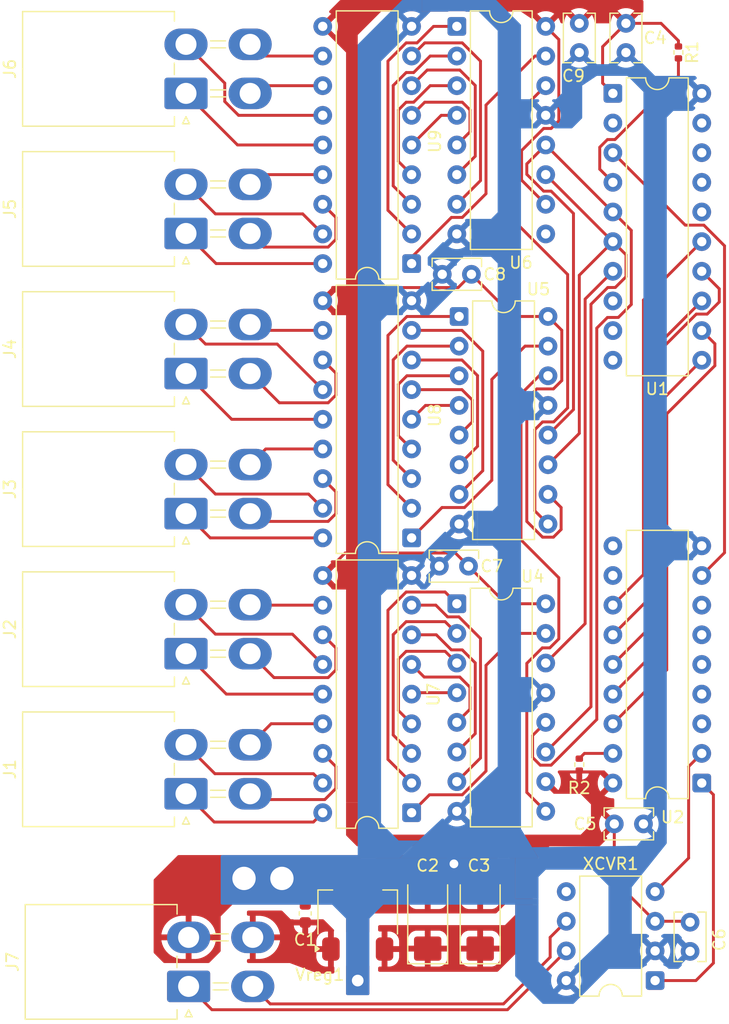
<source format=kicad_pcb>
(kicad_pcb (version 20241229) (generator "pcbnew") (generator_version "9.0")
  (layers (0 "F.Cu" signal) (2 "B.Cu" signal) (13 "F.Paste" user) (15 "B.Paste" user) (5 "F.SilkS" user "F.Silkscreen") (7 "B.SilkS" user "B.Silkscreen") (1 "F.Mask" user) (3 "B.Mask" user) (25 "Edge.Cuts" user))
  (net 0 "")
  (net 1 "GND")
  (net 2 "+12V")
  (net 3 "+5V")
  (net 4 "M1P2")
  (net 5 "M1P3")
  (net 6 "M1P4")
  (net 7 "M1P1")
  (net 8 "M2P2")
  (net 9 "M2P1")
  (net 10 "M2P3")
  (net 11 "M2P4")
  (net 12 "M3P2")
  (net 13 "M3P3")
  (net 14 "M3P4")
  (net 15 "M3P1")
  (net 16 "M4P4")
  (net 17 "M4P3")
  (net 18 "M4P2")
  (net 19 "M4P1")
  (net 20 "M5P2")
  (net 21 "M5P3")
  (net 22 "M5P1")
  (net 23 "M5P4")
  (net 24 "M6P1")
  (net 25 "M6P3")
  (net 26 "M6P4")
  (net 27 "M6P2")
  (net 28 "CAN_H")
  (net 29 "CAN_L")
  (net 30 "Net-(U1-RA3{slash}T1G{slash}~{SS}{slash}~{MCLR}{slash}Vpp)")
  (net 31 "Net-(U2-~{RESET})")
  (net 33 "SO")
  (net 34 "Net-(U1-PWM1{slash}CWG1A{slash}T0CKI{slash}RC5)")
  (net 38 "CLK")
  (net 40 "~{INT}")
  (net 41 "SCK")
  (net 42 "Net-(U1-CLKR{slash}C1IN3-{slash}C2IN3-{slash}DACOUT2{slash}AN7{slash}RC3)")
  (net 44 "SI")
  (net 47 "~{CS}")
  (net 48 "Net-(U1-CWG1B{slash}C1OUT{slash}C2OUT{slash}RC4)")
  (net 50 "RX")
  (net 53 "TX")
  (net 55 "Net-(U4-QG)")
  (net 56 "Net-(U4-QH)")
  (net 57 "Net-(U4-QD)")
  (net 58 "Net-(U4-QE)")
  (net 59 "Net-(U4-QF)")
  (net 60 "Net-(U4-QC)")
  (net 61 "Net-(U4-QB)")
  (net 62 "Net-(U4-QH')")
  (net 63 "Net-(U4-QA)")
  (net 64 "Net-(U5-QE)")
  (net 65 "Net-(U5-QH)")
  (net 66 "Net-(U5-QA)")
  (net 67 "Net-(U5-QF)")
  (net 68 "Net-(U5-QH')")
  (net 69 "Net-(U5-QD)")
  (net 70 "Net-(U5-QC)")
  (net 71 "Net-(U5-QG)")
  (net 72 "Net-(U5-QB)")
  (net 74 "Net-(U6-QF)")
  (net 75 "Net-(U6-QC)")
  (net 76 "Net-(U6-QD)")
  (net 77 "Net-(U6-QB)")
  (net 78 "Net-(U6-QG)")
  (net 79 "Net-(U6-QE)")
  (net 80 "Net-(U6-QH)")
  (net 81 "Net-(U6-QA)")
  (footprint "Package_TO_SOT_SMD:SOT-223" (layer "F.Cu") (at 67 149.65 90)
    (property "Reference" "Vreg1")
    (property "Value" "LM2940IMPX-5.0/NOPB" (hide yes))
  )
  (footprint "Capacitor_THT:C_Rect_L4.0mm_W2.5mm_P2.50mm" (layer "F.Cu") (at 90 73.5 -90)
    (property "Reference" "C4")
    (property "Value" "0.1 uF" (hide yes))
  )
  (footprint "Connector_Molex:Molex_Mini-Fit_Jr_5569-04A2_2x02_P4.20mm_Horizontal" (layer "F.Cu") (at 52.275 139.5 90)
    (property "Reference" "J1")
    (property "Value" "Gauge 1")
  )
  (footprint "Connector_Molex:Molex_Mini-Fit_Jr_5569-04A2_2x02_P4.20mm_Horizontal" (layer "F.Cu") (at 52.275 103.5 90)
    (property "Reference" "J4")
    (property "Value" "Gauge 4")
  )
  (footprint "Package_DIP:DIP-18_W7.62mm" (layer "F.Cu") (at 71.62 141.12 180)
    (property "Reference" "U7")
    (property "Value" "ULN2804A" (hide yes))
  )
  (footprint "Capacitor_THT:C_Rect_L4.0mm_W2.5mm_P2.50mm" (layer "F.Cu") (at 76.5 120 180)
    (property "Reference" "C7")
    (property "Value" "0.1 uF" (hide yes))
  )
  (footprint "Capacitor_SMD:C_0603_1608Metric" (layer "F.Cu") (at 62.5 149.75 90)
    (property "Reference" "C1")
    (property "Value" "0.47 uF" (hide yes))
  )
  (footprint "Connector_Molex:Molex_Mini-Fit_Jr_5569-04A2_2x02_P4.20mm_Horizontal" (layer "F.Cu") (at 52.275 115.5 90)
    (property "Reference" "J3")
    (property "Value" "Gauge 3")
  )
  (footprint "Package_DIP:DIP-20_W7.62mm" (layer "F.Cu") (at 88.88 79.5)
    (property "Reference" "U1")
    (property "Value" "PIC16F1459-IP" (hide yes))
  )
  (footprint "Capacitor_THT:C_Rect_L4.0mm_W2.5mm_P2.50mm" (layer "F.Cu") (at 76.75 95 180)
    (property "Reference" "C8")
    (property "Value" "0.1 uF" (hide yes))
  )
  (footprint "Capacitor_THT:C_Rect_L4.0mm_W2.5mm_P2.50mm" (layer "F.Cu") (at 89 142.08)
    (property "Reference" "C5")
    (property "Value" "0.1 uF" (hide yes))
  )
  (footprint "Resistor_SMD:R_0402_1005Metric" (layer "F.Cu") (at 86 137 -90)
    (property "Reference" "R2")
    (property "Value" "10k" (hide yes))
  )
  (footprint "Capacitor_Tantalum_SMD:CP_EIA-6032-28_Kemet-C" (layer "F.Cu") (at 77.5 150.3 90)
    (property "Reference" "C3")
    (property "Value" "22 uF" (hide yes))
  )
  (footprint "Connector_Molex:Molex_Mini-Fit_Jr_5569-04A2_2x02_P4.20mm_Horizontal" (layer "F.Cu") (at 52.275 79.5 90)
    (property "Reference" "J6")
    (property "Value" "Gauge 6")
  )
  (footprint "Connector_Molex:Molex_Mini-Fit_Jr_5569-04A2_2x02_P4.20mm_Horizontal" (layer "F.Cu") (at 52.275 91.5 90)
    (property "Reference" "J5")
    (property "Value" "Gauge 5")
  )
  (footprint "Capacitor_THT:C_Rect_L4.0mm_W2.5mm_P2.50mm" (layer "F.Cu") (at 95.5 150.5 -90)
    (property "Reference" "C6")
    (property "Value" "0.1 uF" (hide yes))
  )
  (footprint "Connector_Molex:Molex_Mini-Fit_Jr_5569-04A2_2x02_P4.20mm_Horizontal" (layer "F.Cu") (at 52.275 127.5 90)
    (property "Reference" "J2")
    (property "Value" "Gauge 2")
  )
  (footprint "Package_DIP:DIP-18_W7.62mm" (layer "F.Cu") (at 96.5 138.58 180)
    (property "Reference" "U2")
    (property "Value" "~" (hide yes))
  )
  (footprint "Capacitor_Tantalum_SMD:CP_EIA-6032-28_Kemet-C" (layer "F.Cu") (at 73 150.3 90)
    (property "Reference" "C2")
    (property "Value" "22 uF" (hide yes))
  )
  (footprint "Capacitor_THT:C_Rect_L4.0mm_W2.5mm_P2.50mm" (layer "F.Cu") (at 86 73.5 -90)
    (property "Reference" "C9")
    (property "Value" "0.1 uF" (hide yes))
  )
  (footprint "Package_DIP:DIP-16_W7.62mm" (layer "F.Cu") (at 75.5 73.76)
    (property "Reference" "U6")
    (property "Value" "74HC595" (hide yes))
  )
  (footprint "Package_DIP:DIP-8_W7.62mm" (layer "F.Cu") (at 92.5 155.5 180)
    (property "Reference" "XCVR1")
    (property "Value" "MCP2561-E-P" (hide yes))
  )
  (footprint "Package_DIP:DIP-18_W7.62mm" (layer "F.Cu") (at 71.62 117.58 180)
    (property "Reference" "U8")
    (property "Value" "ULN2804A" (hide yes))
  )
  (footprint "Package_DIP:DIP-16_W7.62mm" (layer "F.Cu") (at 75.5 123.22)
    (property "Reference" "U4")
    (property "Value" "74HC595" (hide yes))
  )
  (footprint "Connector_Molex:Molex_Mini-Fit_Jr_5569-04A2_2x02_P4.20mm_Horizontal" (layer "F.Cu") (at 52.5 156 90)
    (property "Reference" "J7")
    (property "Value" "Power & CAN")
  )
  (footprint "Resistor_SMD:R_0402_1005Metric" (layer "F.Cu") (at 94.5 75.99 -90)
    (property "Reference" "R1")
    (property "Value" "10k" (hide yes))
  )
  (footprint "Package_DIP:DIP-18_W7.62mm" (layer "F.Cu") (at 71.62 94.08 180)
    (property "Reference" "U9")
    (property "Value" "ULN2804A" (hide yes))
  )
  (footprint "Package_DIP:DIP-16_W7.62mm" (layer "F.Cu") (at 75.695 98.61)
    (property "Reference" "U5")
    (property "Value" "74HC595" (hide yes))
  )
  (via (at 57.25 146.75) (size 3) (drill 2) (layers "F.Cu" "B.Cu") (net 1))
  (via (at 67 155.5) (size 2) (drill 1) (layers "F.Cu" "B.Cu") (net 1))
  (via (at 60.5 146.75) (size 3) (drill 2) (layers "F.Cu" "B.Cu") (net 1))
  (via (at 75.25 145.5) (size 1.5) (drill 0.75) (layers "F.Cu" "B.Cu") (net 1))
  (segment (start 79.72 123.22) (end 76.5 120) (width 0.25) (layer "F.Cu") (net 3))
  (segment (start 83.315 98.61) (end 80.36 98.61) (width 0.25) (layer "F.Cu") (net 3))
  (segment (start 84.246 81.846405) (end 84.246 74.886) (width 0.25) (layer "F.Cu") (net 3))
  (segment (start 75.374 118.874) (end 65.926 118.874) (width 0.25) (layer "F.Cu") (net 3))
  (segment (start 95.42 150.42) (end 95.5 150.5) (width 0.25) (layer "F.Cu") (net 3))
  (segment (start 84.5 99.795) (end 83.315 98.61) (width 0.25) (layer "F.Cu") (net 3))
  (segment (start 65.126 96.134) (end 64 97.26) (width 0.25) (layer "F.Cu") (net 3))
  (segment (start 82.848595 117.516) (end 81.5 116.167405) (width 0.25) (layer "F.Cu") (net 3))
  (segment (start 94.5 74.99) (end 94.5 75.48) (width 0.25) (layer "F.Cu") (net 3))
  (segment (start 84.246 74.886) (end 83.12 73.76) (width 0.25) (layer "F.Cu") (net 3))
  (segment (start 84.5 104.097405) (end 84.5 99.795) (width 0.25) (layer "F.Cu") (net 3))
  (segment (start 82.941595 82.506) (end 83.586405 82.506) (width 0.25) (layer "F.Cu") (net 3))
  (segment (start 85.74 73.76) (end 86 73.5) (width 0.25) (layer "F.Cu") (net 3))
  (segment (start 89 146.92) (end 89 142.08) (width 0.25) (layer "F.Cu") (net 3))
  (segment (start 75.616 96.134) (end 65.126 96.134) (width 0.25) (layer "F.Cu") (net 3))
  (segment (start 88 75.5) (end 90 73.5) (width 0.25) (layer "F.Cu") (net 3))
  (segment (start 84.441 116.856405) (end 83.781405 117.516) (width 0.25) (layer "F.Cu") (net 3))
  (segment (start 81.049 84.398595) (end 82.941595 82.506) (width 0.25) (layer "F.Cu") (net 3))
  (segment (start 65.926 118.874) (end 64 120.8) (width 0.25) (layer "F.Cu") (net 3))
  (segment (start 81.049 86.929) (end 81.049 84.398595) (width 0.25) (layer "F.Cu") (net 3))
  (segment (start 83.781405 117.516) (end 82.848595 117.516) (width 0.25) (layer "F.Cu") (net 3))
  (segment (start 81.5 116.167405) (end 81.5 105.671588) (width 0.25) (layer "F.Cu") (net 3))
  (segment (start 84.441 114.976) (end 84.441 116.856405) (width 0.25) (layer "F.Cu") (net 3))
  (segment (start 83.12 89) (end 81.049 86.929) (width 0.25) (layer "F.Cu") (net 3))
  (segment (start 83.315 113.85) (end 84.441 114.976) (width 0.25) (layer "F.Cu") (net 3))
  (segment (start 83.781405 104.816) (end 84.5 104.097405) (width 0.25) (layer "F.Cu") (net 3))
  (segment (start 82.355588 104.816) (end 83.781405 104.816) (width 0.25) (layer "F.Cu") (net 3))
  (segment (start 76.5 120) (end 75.374 118.874) (width 0.25) (layer "F.Cu") (net 3))
  (segment (start 83.12 123.22) (end 79.72 123.22) (width 0.25) (layer "F.Cu") (net 3))
  (segment (start 81.5 105.671588) (end 82.355588 104.816) (width 0.25) (layer "F.Cu") (net 3))
  (segment (start 93.01 73.5) (end 94.5 74.99) (width 0.25) (layer "F.Cu") (net 3))
  (segment (start 88.88 79.5) (end 88 78.62) (width 0.25) (layer "F.Cu") (net 3))
  (segment (start 80.36 98.61) (end 76.75 95) (width 0.25) (layer "F.Cu") (net 3))
  (segment (start 90 73.5) (end 93.01 73.5) (width 0.25) (layer "F.Cu") (net 3))
  (segment (start 92.5 150.42) (end 95.42 150.42) (width 0.25) (layer "F.Cu") (net 3))
  (segment (start 76.75 95) (end 75.616 96.134) (width 0.25) (layer "F.Cu") (net 3))
  (segment (start 83.586405 82.506) (end 84.246 81.846405) (width 0.25) (layer "F.Cu") (net 3))
  (segment (start 92.5 150.42) (end 89 146.92) (width 0.25) (layer "F.Cu") (net 3))
  (segment (start 88 78.62) (end 88 75.5) (width 0.25) (layer "F.Cu") (net 3))
  (segment (start 64 138.58) (end 63.200001 137.780001) (width 0.25) (layer "F.Cu") (net 4))
  (segment (start 63.200001 137.780001) (end 54.755001 137.780001) (width 0.25) (layer "F.Cu") (net 4))
  (segment (start 54.755001 137.780001) (end 52.275 135.3) (width 0.25) (layer "F.Cu") (net 4))
  (segment (start 58.269 139.994) (end 57.775 139.5) (width 0.25) (layer "F.Cu") (net 5))
  (segment (start 64.178405 139.994) (end 58.269 139.994) (width 0.25) (layer "F.Cu") (net 5))
  (segment (start 65.126 139.046405) (end 64.178405 139.994) (width 0.25) (layer "F.Cu") (net 5))
  (segment (start 64 136.04) (end 65.126 137.166) (width 0.25) (layer "F.Cu") (net 5))
  (segment (start 65.126 137.166) (end 65.126 139.046405) (width 0.25) (layer "F.Cu") (net 5))
  (segment (start 64 133.5) (end 59.575 133.5) (width 0.25) (layer "F.Cu") (net 6))
  (segment (start 59.575 133.5) (end 57.775 135.3) (width 0.25) (layer "F.Cu") (net 6))
  (segment (start 54.694999 141.919999) (end 52.275 139.5) (width 0.25) (layer "F.Cu") (net 7))
  (segment (start 63.200001 141.919999) (end 54.694999 141.919999) (width 0.25) (layer "F.Cu") (net 7))
  (segment (start 64 141.12) (end 63.200001 141.919999) (width 0.25) (layer "F.Cu") (net 7))
  (segment (start 64 128.42) (end 61.404 125.824) (width 0.25) (layer "F.Cu") (net 8))
  (segment (start 54.799 125.824) (end 52.275 123.3) (width 0.25) (layer "F.Cu") (net 8))
  (segment (start 61.404 125.824) (end 54.799 125.824) (width 0.25) (layer "F.Cu") (net 8))
  (segment (start 64 130.96) (end 55.735 130.96) (width 0.25) (layer "F.Cu") (net 9))
  (segment (start 55.735 130.96) (end 52.275 127.5) (width 0.25) (layer "F.Cu") (net 9))
  (segment (start 65.126 127.006) (end 65.126 128.886405) (width 0.25) (layer "F.Cu") (net 10))
  (segment (start 64.466405 129.546) (end 59.821 129.546) (width 0.25) (layer "F.Cu") (net 10))
  (segment (start 65.126 128.886405) (end 64.466405 129.546) (width 0.25) (layer "F.Cu") (net 10))
  (segment (start 64 125.88) (end 65.126 127.006) (width 0.25) (layer "F.Cu") (net 10))
  (segment (start 59.821 129.546) (end 57.775 127.5) (width 0.25) (layer "F.Cu") (net 10))
  (segment (start 64 123.34) (end 57.815 123.34) (width 0.25) (layer "F.Cu") (net 11))
  (segment (start 57.815 123.34) (end 57.775 123.3) (width 0.25) (layer "F.Cu") (net 11))
  (segment (start 62.784 113.824) (end 54.799 113.824) (width 0.25) (layer "F.Cu") (net 12))
  (segment (start 54.799 113.824) (end 52.275 111.3) (width 0.25) (layer "F.Cu") (net 12))
  (segment (start 64 115.04) (end 62.784 113.824) (width 0.25) (layer "F.Cu") (net 12))
  (segment (start 65.126 113.626) (end 65.126 115.506405) (width 0.25) (layer "F.Cu") (net 13))
  (segment (start 65.126 115.506405) (end 64.466405 116.166) (width 0.25) (layer "F.Cu") (net 13))
  (segment (start 64 112.5) (end 65.126 113.626) (width 0.25) (layer "F.Cu") (net 13))
  (segment (start 64.466405 116.166) (end 58.441 116.166) (width 0.25) (layer "F.Cu") (net 13))
  (segment (start 58.441 116.166) (end 57.775 115.5) (width 0.25) (layer "F.Cu") (net 13))
  (segment (start 64 109.96) (end 59.115 109.96) (width 0.25) (layer "F.Cu") (net 14))
  (segment (start 59.115 109.96) (end 57.775 111.3) (width 0.25) (layer "F.Cu") (net 14))
  (segment (start 54.355 117.58) (end 52.275 115.5) (width 0.25) (layer "F.Cu") (net 15))
  (segment (start 64 117.58) (end 54.355 117.58) (width 0.25) (layer "F.Cu") (net 15))
  (segment (start 64 99.8) (end 58.275 99.8) (width 0.25) (layer "F.Cu") (net 16))
  (segment (start 58.275 99.8) (end 57.775 99.3) (width 0.25) (layer "F.Cu") (net 16))
  (segment (start 64 102.34) (end 65.126 103.466) (width 0.25) (layer "F.Cu") (net 17))
  (segment (start 65.126 105.346405) (end 64.466405 106.006) (width 0.25) (layer "F.Cu") (net 17))
  (segment (start 65.126 103.466) (end 65.126 105.346405) (width 0.25) (layer "F.Cu") (net 17))
  (segment (start 64.466405 106.006) (end 60.281 106.006) (width 0.25) (layer "F.Cu") (net 17))
  (segment (start 60.281 106.006) (end 57.775 103.5) (width 0.25) (layer "F.Cu") (net 17))
  (segment (start 64 104.88) (end 60.096 100.976) (width 0.25) (layer "F.Cu") (net 18))
  (segment (start 53.951 100.976) (end 52.275 99.3) (width 0.25) (layer "F.Cu") (net 18))
  (segment (start 60.096 100.976) (end 53.951 100.976) (width 0.25) (layer "F.Cu") (net 18))
  (segment (start 56.195 107.42) (end 52.275 103.5) (width 0.25) (layer "F.Cu") (net 19))
  (segment (start 64 107.42) (end 56.195 107.42) (width 0.25) (layer "F.Cu") (net 19))
  (segment (start 54.799 89.824) (end 52.275 87.3) (width 0.25) (layer "F.Cu") (net 20))
  (segment (start 62.284 89.824) (end 54.799 89.824) (width 0.25) (layer "F.Cu") (net 20))
  (segment (start 64 91.54) (end 62.284 89.824) (width 0.25) (layer "F.Cu") (net 20))
  (segment (start 64.466405 92.666) (end 58.941 92.666) (width 0.25) (layer "F.Cu") (net 21))
  (segment (start 65.126 92.006405) (end 64.466405 92.666) (width 0.25) (layer "F.Cu") (net 21))
  (segment (start 65.126 90.126) (end 65.126 92.006405) (width 0.25) (layer "F.Cu") (net 21))
  (segment (start 64 89) (end 65.126 90.126) (width 0.25) (layer "F.Cu") (net 21))
  (segment (start 58.941 92.666) (end 57.775 91.5) (width 0.25) (layer "F.Cu") (net 21))
  (segment (start 64 94.08) (end 54.855 94.08) (width 0.25) (layer "F.Cu") (net 22))
  (segment (start 54.855 94.08) (end 52.275 91.5) (width 0.25) (layer "F.Cu") (net 22))
  (segment (start 58.615 86.46) (end 57.775 87.3) (width 0.25) (layer "F.Cu") (net 23))
  (segment (start 64 86.46) (end 58.615 86.46) (width 0.25) (layer "F.Cu") (net 23))
  (segment (start 56.695 83.92) (end 52.275 79.5) (width 0.25) (layer "F.Cu") (net 24))
  (segment (start 64 83.92) (end 56.695 83.92) (width 0.25) (layer "F.Cu") (net 24))
  (segment (start 58.435 78.84) (end 57.775 79.5) (width 0.25) (layer "F.Cu") (net 25))
  (segment (start 64 78.84) (end 58.435 78.84) (width 0.25) (layer "F.Cu") (net 25))
  (segment (start 58.775 76.3) (end 57.775 75.3) (width 0.25) (layer "F.Cu") (net 26))
  (segment (start 64 76.3) (end 58.775 76.3) (width 0.25) (layer "F.Cu") (net 26))
  (segment (start 55.599 78.624) (end 52.275 75.3) (width 0.25) (layer "F.Cu") (net 27))
  (segment (start 56.784778 81.38) (end 55.599 80.194222) (width 0.25) (layer "F.Cu") (net 27))
  (segment (start 55.599 80.194222) (end 55.599 78.624) (width 0.25) (layer "F.Cu") (net 27))
  (segment (start 64 81.38) (end 56.784778 81.38) (width 0.25) (layer "F.Cu") (net 27))
  (segment (start 54.5 158) (end 79.84 158) (width 0.25) (layer "F.Cu") (net 28))
  (segment (start 79.84 158) (end 84.88 152.96) (width 0.25) (layer "F.Cu") (net 28))
  (segment (start 52.5 156) (end 54.5 158) (width 0.25) (layer "F.Cu") (net 28))
  (segment (start 79.5 157.5) (end 83.5 153.5) (width 0.25) (layer "F.Cu") (net 29))
  (segment (start 83.5 151.8) (end 84.88 150.42) (width 0.25) (layer "F.Cu") (net 29))
  (segment (start 83.5 153.5) (end 83.5 151.8) (width 0.25) (layer "F.Cu") (net 29))
  (segment (start 58 156) (end 59.5 157.5) (width 0.25) (layer "F.Cu") (net 29))
  (segment (start 59.5 157.5) (end 79.5 157.5) (width 0.25) (layer "F.Cu") (net 29))
  (segment (start 88.413595 83.454) (end 89.058405 83.454) (width 0.25) (layer "F.Cu") (net 30))
  (segment (start 94.5 78.012405) (end 94.5 76.5) (width 0.25) (layer "F.Cu") (net 30))
  (segment (start 87.754 84.113595) (end 88.413595 83.454) (width 0.25) (layer "F.Cu") (net 30))
  (segment (start 89.058405 83.454) (end 94.5 78.012405) (width 0.25) (layer "F.Cu") (net 30))
  (segment (start 88.88 87.12) (end 87.754 85.994) (width 0.25) (layer "F.Cu") (net 30))
  (segment (start 87.754 85.994) (end 87.754 84.113595) (width 0.25) (layer "F.Cu") (net 30))
  (segment (start 86.44 136.04) (end 86 136.48) (width 0.25) (layer "F.Cu") (net 31))
  (segment (start 88.88 136.04) (end 86.44 136.04) (width 0.25) (layer "F.Cu") (net 31))
  (segment (start 92.451 101.988595) (end 96.033595 98.406) (width 0.25) (layer "F.Cu") (net 33))
  (segment (start 88.88 128.42) (end 92.451 124.849) (width 0.25) (layer "F.Cu") (net 33))
  (segment (start 98 96.24) (end 96.5 94.74) (width 0.25) (layer "F.Cu") (net 33))
  (segment (start 92.451 124.849) (end 92.451 101.988595) (width 0.25) (layer "F.Cu") (net 33))
  (segment (start 96.033595 98.406) (end 96.966405 98.406) (width 0.25) (layer "F.Cu") (net 33))
  (segment (start 96.966405 98.406) (end 98 97.372405) (width 0.25) (layer "F.Cu") (net 33))
  (segment (start 98 97.372405) (end 98 96.24) (width 0.25) (layer "F.Cu") (net 33))
  (segment (start 83.586405 137.046) (end 82.653595 137.046) (width 0.25) (layer "F.Cu") (net 34))
  (segment (start 81.5 86.432405) (end 81.5 85.54) (width 0.25) (layer "F.Cu") (net 34))
  (segment (start 87.5 99.607595) (end 87.5 133.132405) (width 0.25) (layer "F.Cu") (net 34))
  (segment (start 83.586405 87.874) (end 82.941595 87.874) (width 0.25) (layer "F.Cu") (net 34))
  (segment (start 85.5 89.787595) (end 83.586405 87.874) (width 0.25) (layer "F.Cu") (net 34))
  (segment (start 83.315 108.77) (end 85.5 106.585) (width 0.25) (layer "F.Cu") (net 34))
  (segment (start 82.653595 137.046) (end 81.994 136.386405) (width 0.25) (layer "F.Cu") (net 34))
  (segment (start 90.457 91.237) (end 90.457 97.583405) (width 0.25) (layer "F.Cu") (net 34))
  (segment (start 88.88 89.66) (end 90.457 91.237) (width 0.25) (layer "F.Cu") (net 34))
  (segment (start 90.457 97.583405) (end 89.346405 98.694) (width 0.25) (layer "F.Cu") (net 34))
  (segment (start 87.5 133.132405) (end 83.586405 137.046) (width 0.25) (layer "F.Cu") (net 34))
  (segment (start 81.994 134.506) (end 83.12 133.38) (width 0.25) (layer "F.Cu") (net 34))
  (segment (start 82.941595 87.874) (end 81.5 86.432405) (width 0.25) (layer "F.Cu") (net 34))
  (segment (start 83.12 83.92) (end 88.86 89.66) (width 0.25) (layer "F.Cu") (net 34))
  (segment (start 89.346405 98.694) (end 88.413595 98.694) (width 0.25) (layer "F.Cu") (net 34))
  (segment (start 88.413595 98.694) (end 87.5 99.607595) (width 0.25) (layer "F.Cu") (net 34))
  (segment (start 81.5 85.54) (end 83.12 83.92) (width 0.25) (layer "F.Cu") (net 34))
  (segment (start 88.86 89.66) (end 88.88 89.66) (width 0.25) (layer "F.Cu") (net 34))
  (segment (start 85.5 106.585) (end 85.5 89.787595) (width 0.25) (layer "F.Cu") (net 34))
  (segment (start 81.994 136.386405) (end 81.994 134.506) (width 0.25) (layer "F.Cu") (net 34))
  (segment (start 96.5 120.8) (end 98.451 118.849) (width 0.25) (layer "F.Cu") (net 38))
  (segment (start 98.451 92.558595) (end 96.678405 90.786) (width 0.25) (layer "F.Cu") (net 38))
  (segment (start 98.451 118.849) (end 98.451 92.558595) (width 0.25) (layer "F.Cu") (net 38))
  (segment (start 95.086 90.786) (end 88.88 84.58) (width 0.25) (layer "F.Cu") (net 38))
  (segment (start 96.678405 90.786) (end 95.086 90.786) (width 0.25) (layer "F.Cu") (net 38))
  (segment (start 91.5 120.72) (end 91.5 97.2) (width 0.25) (layer "F.Cu") (net 40))
  (segment (start 91.5 97.2) (end 96.5 92.2) (width 0.25) (layer "F.Cu") (net 40))
  (segment (start 88.88 123.34) (end 91.5 120.72) (width 0.25) (layer "F.Cu") (net 40))
  (segment (start 92 101.78) (end 96.5 97.28) (width 0.25) (layer "F.Cu") (net 41))
  (segment (start 88.88 125.88) (end 92 122.76) (width 0.25) (layer "F.Cu") (net 41))
  (segment (start 92 122.76) (end 92 101.78) (width 0.25) (layer "F.Cu") (net 41))
  (segment (start 83.12 128.3) (end 86.5 124.92) (width 0.25) (layer "F.Cu") (net 42))
  (segment (start 86.5 97.12) (end 88.88 94.74) (width 0.25) (layer "F.Cu") (net 42))
  (segment (start 86.5 124.92) (end 86.5 97.12) (width 0.25) (layer "F.Cu") (net 42))
  (segment (start 88.88 130.96) (end 93 126.84) (width 0.25) (layer "F.Cu") (net 44))
  (segment (start 93 105.86) (end 96.5 102.36) (width 0.25) (layer "F.Cu") (net 44))
  (segment (start 93 126.84) (end 93 105.86) (width 0.25) (layer "F.Cu") (net 44))
  (segment (start 93.5 106.952405) (end 97.626 102.826405) (width 0.25) (layer "F.Cu") (net 47))
  (segment (start 93.5 128.88) (end 93.5 106.952405) (width 0.25) (layer "F.Cu") (net 47))
  (segment (start 97.626 100.946) (end 96.5 99.82) (width 0.25) (layer "F.Cu") (net 47))
  (segment (start 88.88 133.5) (end 93.5 128.88) (width 0.25) (layer "F.Cu") (net 47))
  (segment (start 97.626 102.826405) (end 97.626 100.946) (width 0.25) (layer "F.Cu") (net 47))
  (segment (start 90.006 95.206405) (end 89.0835 96.128905) (width 0.25) (layer "F.Cu") (net 48))
  (segment (start 87 132.04) (end 83.12 135.92) (width 0.25) (layer "F.Cu") (net 48))
  (segment (start 88.86 92.2) (end 88.88 92.2) (width 0.25) (layer "F.Cu") (net 48))
  (segment (start 90.006 93.326) (end 90.006 95.206405) (width 0.25) (layer "F.Cu") (net 48))
  (segment (start 88.43869 96.128905) (end 87 97.567595) (width 0.25) (layer "F.Cu") (net 48))
  (segment (start 89.0835 96.128905) (end 88.43869 96.128905) (width 0.25) (layer "F.Cu") (net 48))
  (segment (start 88.88 92.2) (end 90.006 93.326) (width 0.25) (layer "F.Cu") (net 48))
  (segment (start 86 95.08) (end 88.88 92.2) (width 0.25) (layer "F.Cu") (net 48))
  (segment (start 83.315 111.31) (end 86 108.625) (width 0.25) (layer "F.Cu") (net 48))
  (segment (start 83.12 86.46) (end 88.86 92.2) (width 0.25) (layer "F.Cu") (net 48))
  (segment (start 86 108.625) (end 86 95.08) (width 0.25) (layer "F.Cu") (net 48))
  (segment (start 87 97.567595) (end 87 132.04) (width 0.25) (layer "F.Cu") (net 48))
  (segment (start 95.374 145.006) (end 95.374 137.166) (width 0.25) (layer "F.Cu") (net 50))
  (segment (start 95.374 137.166) (end 96.5 136.04) (width 0.25) (layer "F.Cu") (net 50))
  (segment (start 92.5 147.88) (end 95.374 145.006) (width 0.25) (layer "F.Cu") (net 50))
  (segment (start 97.5 139.58) (end 96.5 138.58) (width 0.25) (layer "F.Cu") (net 53))
  (segment (start 96 155.5) (end 97.5 154) (width 0.25) (layer "F.Cu") (net 53))
  (segment (start 92.5 155.5) (end 96 155.5) (width 0.25) (layer "F.Cu") (net 53))
  (segment (start 97.5 154) (end 97.5 139.58) (width 0.25) (layer "F.Cu") (net 53))
  (segment (start 75.966405 127.174) (end 75.033595 127.174) (width 0.25) (layer "F.Cu") (net 55))
  (segment (start 75.5 135.92) (end 77.077 134.343) (width 0.25) (layer "F.Cu") (net 55))
  (segment (start 75.033595 127.174) (end 73.739595 125.88) (width 0.25) (layer "F.Cu") (net 55))
  (segment (start 73.739595 125.88) (end 71.62 125.88) (width 0.25) (layer "F.Cu") (net 55))
  (segment (start 77.077 134.343) (end 77.077 128.284595) (width 0.25) (layer "F.Cu") (net 55))
  (segment (start 77.077 128.284595) (end 75.966405 127.174) (width 0.25) (layer "F.Cu") (net 55))
  (segment (start 74.704486 124.346) (end 73.698486 123.34) (width 0.25) (layer "F.Cu") (net 56))
  (segment (start 77.528 126.195595) (end 75.678405 124.346) (width 0.25) (layer "F.Cu") (net 56))
  (segment (start 75.5 138.46) (end 77.528 136.432) (width 0.25) (layer "F.Cu") (net 56))
  (segment (start 77.528 136.432) (end 77.528 126.195595) (width 0.25) (layer "F.Cu") (net 56))
  (segment (start 75.678405 124.346) (end 74.704486 124.346) (width 0.25) (layer "F.Cu") (net 56))
  (segment (start 73.698486 123.34) (end 71.62 123.34) (width 0.25) (layer "F.Cu") (net 56))
  (segment (start 71.153595 127.294) (end 70.494 127.953595) (width 0.25) (layer "F.Cu") (net 57))
  (segment (start 74.494 127.294) (end 71.153595 127.294) (width 0.25) (layer "F.Cu") (net 57))
  (segment (start 70.494 132.374) (end 71.62 133.5) (width 0.25) (layer "F.Cu") (net 57))
  (segment (start 75.5 128.3) (end 74.494 127.294) (width 0.25) (layer "F.Cu") (net 57))
  (segment (start 70.494 127.953595) (end 70.494 132.374) (width 0.25) (layer "F.Cu") (net 57))
  (segment (start 71.74 130.84) (end 71.62 130.96) (width 0.25) (layer "F.Cu") (net 58))
  (segment (start 75.5 130.84) (end 71.74 130.84) (width 0.25) (layer "F.Cu") (net 58))
  (segment (start 76.626 132.254) (end 76.626 130.373595) (width 0.25) (layer "F.Cu") (net 59))
  (segment (start 75.5 133.38) (end 76.626 132.254) (width 0.25) (layer "F.Cu") (net 59))
  (segment (start 72.7 129.5) (end 71.62 128.42) (width 0.25) (layer "F.Cu") (net 59))
  (segment (start 75.752405 129.5) (end 72.7 129.5) (width 0.25) (layer "F.Cu") (net 59))
  (segment (start 76.626 130.373595) (end 75.752405 129.5) (width 0.25) (layer "F.Cu") (net 59))
  (segment (start 70.043 125.864595) (end 70.043 134.463) (width 0.25) (layer "F.Cu") (net 60))
  (segment (start 75.5 125.76) (end 74.494 124.754) (width 0.25) (layer "F.Cu") (net 60))
  (segment (start 71.153595 124.754) (end 70.043 125.864595) (width 0.25) (layer "F.Cu") (net 60))
  (segment (start 70.043 134.463) (end 71.62 136.04) (width 0.25) (layer "F.Cu") (net 60))
  (segment (start 74.494 124.754) (end 71.153595 124.754) (width 0.25) (layer "F.Cu") (net 60))
  (segment (start 69.592 123.775595) (end 69.592 136.552) (width 0.25) (layer "F.Cu") (net 61))
  (segment (start 74.494 122.214) (end 71.153595 122.214) (width 0.25) (layer "F.Cu") (net 61))
  (segment (start 71.153595 122.214) (end 69.592 123.775595) (width 0.25) (layer "F.Cu") (net 61))
  (segment (start 75.5 123.22) (end 74.494 122.214) (width 0.25) (layer "F.Cu") (net 61))
  (segment (start 69.592 136.552) (end 71.62 138.58) (width 0.25) (layer "F.Cu") (net 61))
  (segment (start 81.5 128.327595) (end 82.827595 127) (width 0.25) (layer "F.Cu") (net 62))
  (segment (start 83.472405 127) (end 84.246 126.226405) (width 0.25) (layer "F.Cu") (net 62))
  (segment (start 83.12 141) (end 81.5 139.38) (width 0.25) (layer "F.Cu") (net 62))
  (segment (start 82.56 103.69) (end 83.315 103.69) (width 0.25) (layer "F.Cu") (net 62))
  (segment (start 81 117.75) (end 81 105.25) (width 0.25) (layer "F.Cu") (net 62))
  (segment (start 84.246 120.996) (end 81 117.75) (width 0.25) (layer "F.Cu") (net 62))
  (segment (start 81 105.25) (end 82.56 103.69) (width 0.25) (layer "F.Cu") (net 62))
  (segment (start 84.246 126.226405) (end 84.246 120.996) (width 0.25) (layer "F.Cu") (net 62))
  (segment (start 81.5 139.38) (end 81.5 128.327595) (width 0.25) (layer "F.Cu") (net 62))
  (segment (start 82.827595 127) (end 83.472405 127) (width 0.25) (layer "F.Cu") (net 62))
  (segment (start 75.966405 139.586) (end 78 137.552405) (width 0.25) (layer "F.Cu") (net 63))
  (segment (start 71.62 141.12) (end 73.154 139.586) (width 0.25) (layer "F.Cu") (net 63))
  (segment (start 78 137.552405) (end 78 128.5) (width 0.25) (layer "F.Cu") (net 63))
  (segment (start 73.154 139.586) (end 75.966405 139.586) (width 0.25) (layer "F.Cu") (net 63))
  (segment (start 78 128.5) (end 80.74 125.76) (width 0.25) (layer "F.Cu") (net 63))
  (segment (start 80.74 125.76) (end 83.12 125.76) (width 0.25) (layer "F.Cu") (net 63))
  (segment (start 72.81 106.23) (end 71.62 107.42) (width 0.25) (layer "F.Cu") (net 64))
  (segment (start 75.695 106.23) (end 72.81 106.23) (width 0.25) (layer "F.Cu") (net 64))
  (segment (start 75.937405 99.8) (end 71.62 99.8) (width 0.25) (layer "F.Cu") (net 65))
  (segment (start 77.723 101.585595) (end 75.937405 99.8) (width 0.25) (layer "F.Cu") (net 65))
  (segment (start 77.723 111.822) (end 77.723 101.585595) (width 0.25) (layer "F.Cu") (net 65))
  (segment (start 75.695 113.85) (end 77.723 111.822) (width 0.25) (layer "F.Cu") (net 65))
  (segment (start 78.5 104) (end 81.35 101.15) (width 0.25) (layer "F.Cu") (net 66))
  (segment (start 76.161405 114.976) (end 78.5 112.637405) (width 0.25) (layer "F.Cu") (net 66))
  (segment (start 71.62 117.58) (end 74.224 114.976) (width 0.25) (layer "F.Cu") (net 66))
  (segment (start 81.35 101.15) (end 83.315 101.15) (width 0.25) (layer "F.Cu") (net 66))
  (segment (start 74.224 114.976) (end 76.161405 114.976) (width 0.25) (layer "F.Cu") (net 66))
  (segment (start 78.5 112.637405) (end 78.5 104) (width 0.25) (layer "F.Cu") (net 66))
  (segment (start 75.695 108.77) (end 76.821 107.644) (width 0.25) (layer "F.Cu") (net 67))
  (segment (start 76.821 105.763595) (end 75.937405 104.88) (width 0.25) (layer "F.Cu") (net 67))
  (segment (start 75.937405 104.88) (end 71.62 104.88) (width 0.25) (layer "F.Cu") (net 67))
  (segment (start 76.821 107.644) (end 76.821 105.763595) (width 0.25) (layer "F.Cu") (net 67))
  (segment (start 80.5 81.46) (end 83.12 78.84) (width 0.25) (layer "F.Cu") (net 68))
  (segment (start 85 95.012405) (end 80.5 90.512405) (width 0.25) (layer "F.Cu") (net 68))
  (segment (start 83.315 116.39) (end 82.189 115.264) (width 0.25) (layer "F.Cu") (net 68))
  (segment (start 82.189 108.303595) (end 82.848595 107.644) (width 0.25) (layer "F.Cu") (net 68))
  (segment (start 80.5 90.512405) (end 80.5 81.46) (width 0.25) (layer "F.Cu") (net 68))
  (segment (start 82.189 115.264) (end 82.189 108.303595) (width 0.25) (layer "F.Cu") (net 68))
  (segment (start 85 106.44719) (end 85 95.012405) (width 0.25) (layer "F.Cu") (net 68))
  (segment (start 83.80319 107.644) (end 85 106.44719) (width 0.25) (layer "F.Cu") (net 68))
  (segment (start 82.848595 107.644) (end 83.80319 107.644) (width 0.25) (layer "F.Cu") (net 68))
  (segment (start 70.494 104.413595) (end 70.494 108.834) (width 0.25) (layer "F.Cu") (net 69))
  (segment (start 75.695 103.69) (end 71.217595 103.69) (width 0.25) (layer "F.Cu") (net 69))
  (segment (start 71.217595 103.69) (end 70.494 104.413595) (width 0.25) (layer "F.Cu") (net 69))
  (segment (start 70.494 108.834) (end 71.62 109.96) (width 0.25) (layer "F.Cu") (net 69))
  (segment (start 70.043 102.324595) (end 70.043 110.923) (width 0.25) (layer "F.Cu") (net 70))
  (segment (start 75.695 101.15) (end 71.217595 101.15) (width 0.25) (layer "F.Cu") (net 70))
  (segment (start 71.217595 101.15) (end 70.043 102.324595) (width 0.25) (layer "F.Cu") (net 70))
  (segment (start 70.043 110.923) (end 71.62 112.5) (width 0.25) (layer "F.Cu") (net 70))
  (segment (start 77.272 103.674595) (end 75.937405 102.34) (width 0.25) (layer "F.Cu") (net 71))
  (segment (start 75.937405 102.34) (end 71.62 102.34) (width 0.25) (layer "F.Cu") (net 71))
  (segment (start 77.272 109.733) (end 77.272 103.674595) (width 0.25) (layer "F.Cu") (net 71))
  (segment (start 75.695 111.31) (end 77.272 109.733) (width 0.25) (layer "F.Cu") (net 71))
  (segment (start 75.695 98.61) (end 71.217595 98.61) (width 0.25) (layer "F.Cu") (net 72))
  (segment (start 69.592 100.235595) (end 69.592 113.012) (width 0.25) (layer "F.Cu") (net 72))
  (segment (start 69.592 113.012) (end 71.62 115.04) (width 0.25) (layer "F.Cu") (net 72))
  (segment (start 71.217595 98.61) (end 69.592 100.235595) (width 0.25) (layer "F.Cu") (net 72))
  (segment (start 75.966405 80.254) (end 72.746 80.254) (width 0.25) (layer "F.Cu") (net 74))
  (segment (start 75.5 83.92) (end 76.626 82.794) (width 0.25) (layer "F.Cu") (net 74))
  (segment (start 76.626 80.913595) (end 75.966405 80.254) (width 0.25) (layer "F.Cu") (net 74))
  (segment (start 76.626 82.794) (end 76.626 80.913595) (width 0.25) (layer "F.Cu") (net 74))
  (segment (start 72.746 80.254) (end 71.62 81.38) (width 0.25) (layer "F.Cu") (net 74))
  (segment (start 71.153595 77.714) (end 70.043 78.824595) (width 0.25) (layer "F.Cu") (net 75))
  (segment (start 71.798405 77.714) (end 71.153595 77.714) (width 0.25) (layer "F.Cu") (net 75))
  (segment (start 70.043 87.423) (end 71.62 89) (width 0.25) (layer "F.Cu") (net 75))
  (segment (start 73.212405 76.3) (end 71.798405 77.714) (width 0.25) (layer "F.Cu") (net 75))
  (segment (start 75.5 76.3) (end 73.212405 76.3) (width 0.25) (layer "F.Cu") (net 75))
  (segment (start 70.043 78.824595) (end 70.043 87.423) (width 0.25) (layer "F.Cu") (net 75))
  (segment (start 73.212405 78.84) (end 71.798405 80.254) (width 0.25) (layer "F.Cu") (net 76))
  (segment (start 71.153595 80.254) (end 70.494 80.913595) (width 0.25) (layer "F.Cu") (net 76))
  (segment (start 70.494 80.913595) (end 70.494 85.334) (width 0.25) (layer "F.Cu") (net 76))
  (segment (start 75.5 78.84) (end 73.212405 78.84) (width 0.25) (layer "F.Cu") (net 76))
  (segment (start 70.494 85.334) (end 71.62 86.46) (width 0.25) (layer "F.Cu") (net 76))
  (segment (start 71.798405 80.254) (end 71.153595 80.254) (width 0.25) (layer "F.Cu") (net 76))
  (segment (start 75.5 73.76) (end 73.500405 73.76) (width 0.25) (layer "F.Cu") (net 77))
  (segment (start 71.153595 75.174) (end 69.592 76.735595) (width 0.25) (layer "F.Cu") (net 77))
  (segment (start 72.086405 75.174) (end 71.153595 75.174) (width 0.25) (layer "F.Cu") (net 77))
  (segment (start 69.592 89.512) (end 71.62 91.54) (width 0.25) (layer "F.Cu") (net 77))
  (segment (start 69.592 76.735595) (end 69.592 89.512) (width 0.25) (layer "F.Cu") (net 77))
  (segment (start 73.500405 73.76) (end 72.086405 75.174) (width 0.25) (layer "F.Cu") (net 77))
  (segment (start 75.752405 77.5) (end 72.96 77.5) (width 0.25) (layer "F.Cu") (net 78))
  (segment (start 77.077 84.883) (end 77.077 78.824595) (width 0.25) (layer "F.Cu") (net 78))
  (segment (start 72.96 77.5) (end 71.62 78.84) (width 0.25) (layer "F.Cu") (net 78))
  (segment (start 77.077 78.824595) (end 75.752405 77.5) (width 0.25) (layer "F.Cu") (net 78))
  (segment (start 75.5 86.46) (end 77.077 84.883) (width 0.25) (layer "F.Cu") (net 78))
  (segment (start 75.5 81.38) (end 74.16 81.38) (width 0.25) (layer "F.Cu") (net 79))
  (segment (start 74.16 81.38) (end 71.62 83.92) (width 0.25) (layer "F.Cu") (net 79))
  (segment (start 77.528 76.735595) (end 75.966405 75.174) (width 0.25) (layer "F.Cu") (net 80))
  (segment (start 75.5 89) (end 77.528 86.972) (width 0.25) (layer "F.Cu") (net 80))
  (segment (start 77.528 86.972) (end 77.528 76.735595) (width 0.25) (layer "F.Cu") (net 80))
  (segment (start 75.966405 75.174) (end 72.746 75.174) (width 0.25) (layer "F.Cu") (net 80))
  (segment (start 72.746 75.174) (end 71.62 76.3) (width 0.25) (layer "F.Cu") (net 80))
  (segment (start 75.033595 90.126) (end 75.966405 90.126) (width 0.25) (layer "F.Cu") (net 81))
  (segment (start 78 80.5) (end 82.2 76.3) (width 0.25) (layer "F.Cu") (net 81))
  (segment (start 71.62 94.08) (end 71.62 93.539595) (width 0.25) (layer "F.Cu") (net 81))
  (segment (start 75.966405 90.126) (end 78 88.092405) (width 0.25) (layer "F.Cu") (net 81))
  (segment (start 71.62 93.539595) (end 75.033595 90.126) (width 0.25) (layer "F.Cu") (net 81))
  (segment (start 82.2 76.3) (end 83.12 76.3) (width 0.25) (layer "F.Cu") (net 81))
  (segment (start 78 88.092405) (end 78 80.5) (width 0.25) (layer "F.Cu") (net 81))
  (zone (net 2) (net_name "+12V") (layer "F.Cu") (priority 1) (connect_pads (clearance 0.5)) (min_thickness 0.25) (fill yes (thermal_gap 0.5) (thermal_bridge_width 0.5))
    (polygon (pts (xy 57.5 149.5) (xy 60.5 149.5) (xy 61.25 150.25) (xy 64.0625 150.25) (xy 65 151.1875) (xy 65 154.899999) (xy 63.596206 154.899999) (xy 61.173136 154) (xy 57.5 154)))
  )
  (zone (net 1) (net_name "GND") (layer "F.Cu") (priority 8) (connect_pads (clearance 0.5)) (min_thickness 0.25) (fill yes (thermal_gap 0.5) (thermal_bridge_width 0.5))
    (polygon (pts (xy 66 156.75) (xy 68 156.75) (xy 68 149.75) (xy 78.875 149.75) (xy 79.75 148.875) (xy 79.75 145.78125) (xy 78.71875 144.75) (xy 51.59375 144.75) (xy 49.5 146.84375) (xy 49.5 153.125) (xy 50.375 154) (xy 54.25 154) (xy 55.25 153) (xy 55.25 150) (xy 56.25 149) (xy 65 149) (xy 66 150)))
  )
  (zone (net 3) (net_name "+5V") (layer "F.Cu") (priority 3) (connect_pads (clearance 0.5)) (min_thickness 0.25) (fill yes (thermal_gap 0.5) (thermal_bridge_width 0.5))
    (polygon (pts (xy 67.4375 143) (xy 67 142.5625) (xy 67 140.25) (xy 66 140.25) (xy 66 143.0625) (xy 66.9375 144) (xy 79.03125 144) (xy 80.5 145.46875) (xy 80.5 149.875) (xy 79.625 150.75) (xy 68.75 150.75) (xy 68.75 154.75) (xy 79 154.75) (xy 82 151.75) (xy 82 145.4375) (xy 83.4375 144) (xy 87.75 144) (xy 89 142.75) (xy 89 137.5) (xy 82.5 137.5) (xy 82.5 139.5) (xy 86.09375 139.5) (xy 87 140.40625) (xy 87 142.125) (xy 86.125 143) (xy 82 143)))
  )
  (zone (net 3) (net_name "+5V") (layer "F.Cu") (connect_pads (clearance 0.5)) (min_thickness 0.25) (fill yes (thermal_gap 0.5) (thermal_bridge_width 0.5))
    (polygon (pts (xy 64 73) (xy 65.5 71.5) (xy 91.5 71.5) (xy 91.5 72.5) (xy 90.5 73.5) (xy 82.5 73.5) (xy 81 72.5) (xy 69 72.5) (xy 67 74.5) (xy 67 142.5) (xy 66 142.5) (xy 66 122) (xy 64 122) (xy 64 119.5) (xy 66 119.5) (xy 66 98.5) (xy 64 98.5) (xy 64 96) (xy 66 96) (xy 66 76) (xy 64 74)))
  )
  (zone (net 1) (net_name "GND") (layer "B.Cu") (priority 4) (connect_pads (clearance 0.5)) (min_thickness 0.25) (fill yes (thermal_gap 0.5) (thermal_bridge_width 0.5))
    (polygon (pts (xy 80.5 155.125) (xy 82.875 157.5) (xy 85.5 157.5) (xy 88.5 154.5) (xy 94.5 154.5) (xy 96 153) (xy 94.5 151.5) (xy 90.5 151.5) (xy 90.5 147.5) (xy 93.5 143.750002) (xy 93.5 137) (xy 91.5 137) (xy 91.5 143.250002) (xy 90.939025 143.95122) (xy 80.5 144.09929) (xy 80.5 148.5) (xy 82.5 148.5) (xy 82.5 146.625) (xy 83.125 146) (xy 87.125 146) (xy 88.5 147.375) (xy 88.5 151.5) (xy 84.833333 155) (xy 83.625 155) (xy 82.5 153.875) (xy 82.5 149) (xy 80.5 149)))
  )
  (zone (net 1) (net_name "GND") (layer "B.Cu") (priority 2) (connect_pads (clearance 0.5)) (min_thickness 0.25) (fill yes (thermal_gap 0.5) (thermal_bridge_width 0.5))
    (polygon (pts (xy 69.1875 149) (xy 68 150.1875) (xy 68 156.75) (xy 66 156.75) (xy 66 150.1875) (xy 64.8125 149) (xy 55.25 149) (xy 55.25 144.75) (xy 82.5 144.75) (xy 82.5 149)))
  )
  (zone (net 1) (net_name "GND") (layer "B.Cu") (priority 6) (connect_pads (clearance 0.5)) (min_thickness 0.25) (fill yes (thermal_gap 0.5) (thermal_bridge_width 0.5))
    (polygon (pts (xy 84.5 80) (xy 87.5 78) (xy 87.75 78) (xy 90.125 78) (xy 91.5 79.375) (xy 91.5 137) (xy 93.5 137) (xy 93.5 120.132812) (xy 94.132812 119.5) (xy 96.03125 119.5) (xy 96.5 119.03125) (xy 96.5 117.625) (xy 95.875 117) (xy 94.09375 117) (xy 93.5 116.40625) (xy 93.5 81.5625) (xy 94.0625 81) (xy 95.75 81) (xy 96.5 80.25) (xy 96.5 78.5625) (xy 95.9375 78) (xy 92.5 78) (xy 90.5 76) (xy 89.5 76) (xy 88.5 77) (xy 87.5 77) (xy 86.5 76) (xy 85.5 76) (xy 84.5 77)))
  )
  (zone (net 1) (net_name "GND") (layer "B.Cu") (priority 7) (connect_pads (clearance 0.5)) (min_thickness 0.25) (fill yes (thermal_gap 0.5) (thermal_bridge_width 0.5))
    (polygon (pts (xy 70.607142 145) (xy 79 137.166666) (xy 79 118.6875) (xy 78.5625 118.25) (xy 77.25 118.25) (xy 77.25 115.25) (xy 78.5625 115.25) (xy 79 114.8125) (xy 79 104.833333) (xy 79 94.0625) (xy 78.4375 93.5) (xy 76.75 93.5) (xy 76.75 90.25) (xy 78.4375 90.25) (xy 79 89.6875) (xy 79 74.125) (xy 77.375 72.5) (xy 72.5 72.5) (xy 72.5 71.5) (xy 78.875 71.5) (xy 81 73.625) (xy 81 80) (xy 84 80) (xy 84.5 79.5) (xy 84.5 78) (xy 86.25 78) (xy 86.25 81.625) (xy 85.375 82.5) (xy 81 82.5) (xy 81 104.65625) (xy 81.34375 105) (xy 82.375 105) (xy 83.5 106.125) (xy 83.5 106.53125) (xy 82.53125 107.5) (xy 81.382812 107.5) (xy 81 107.882812) (xy 81 129.5) (xy 82 129.5) (xy 83 130.5) (xy 83 131.5) (xy 82 132.5) (xy 81 132.5) (xy 81 142.5) (xy 82.5 145)))
  )
  (zone (net 1) (net_name "GND") (layer "B.Cu") (priority 5) (connect_pads (clearance 0.5)) (min_thickness 0.25) (fill yes (thermal_gap 0.5) (thermal_bridge_width 0.5))
    (polygon (pts (xy 67 145) (xy 72.5 145) (xy 72.5 143.5) (xy 70.5 143.5) (xy 69 142) (xy 69 122.507812) (xy 69.507812 122) (xy 72.828125 122) (xy 73.25 121.578125) (xy 73.25 121.0625) (xy 76.0625 118.25) (xy 77.5 118.25) (xy 77.5 115.25) (xy 76.25 115.25) (xy 72.5 119) (xy 69 119) (xy 69 99.007812) (xy 69.507812 98.5) (xy 73.125 98.5) (xy 75.5 96.125) (xy 75.5 94.0625) (xy 76.0625 93.5) (xy 77.75 93.5) (xy 77.75 90.25) (xy 76.279297 90.25) (xy 73 93.529297) (xy 73 95.617188) (xy 72.617188 96) (xy 69.46875 96) (xy 69 95.53125) (xy 69 76.75) (xy 74.25 71.5) (xy 70.8125 71.5) (xy 67 75.3125)))
  )
)
</source>
